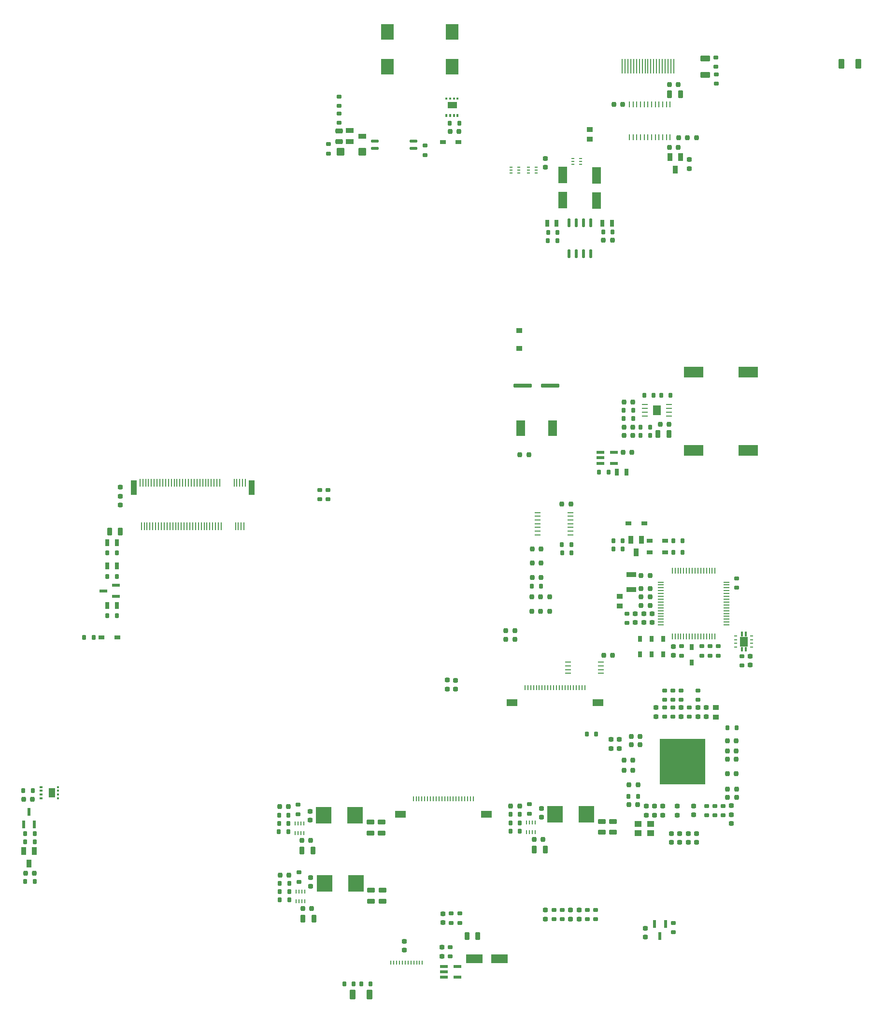
<source format=gtp>
%TF.GenerationSoftware,KiCad,Pcbnew,9.0.5-9.0.5~ubuntu24.04.1*%
%TF.CreationDate,2025-10-13T11:44:06+02:00*%
%TF.ProjectId,BB3plus test mainboard,42423370-6c75-4732-9074-657374206d61,r1B1*%
%TF.SameCoordinates,Original*%
%TF.FileFunction,Paste,Top*%
%TF.FilePolarity,Positive*%
%FSLAX46Y46*%
G04 Gerber Fmt 4.6, Leading zero omitted, Abs format (unit mm)*
G04 Created by KiCad (PCBNEW 9.0.5-9.0.5~ubuntu24.04.1) date 2025-10-13 11:44:06*
%MOMM*%
%LPD*%
G01*
G04 APERTURE LIST*
G04 Aperture macros list*
%AMRoundRect*
0 Rectangle with rounded corners*
0 $1 Rounding radius*
0 $2 $3 $4 $5 $6 $7 $8 $9 X,Y pos of 4 corners*
0 Add a 4 corners polygon primitive as box body*
4,1,4,$2,$3,$4,$5,$6,$7,$8,$9,$2,$3,0*
0 Add four circle primitives for the rounded corners*
1,1,$1+$1,$2,$3*
1,1,$1+$1,$4,$5*
1,1,$1+$1,$6,$7*
1,1,$1+$1,$8,$9*
0 Add four rect primitives between the rounded corners*
20,1,$1+$1,$2,$3,$4,$5,0*
20,1,$1+$1,$4,$5,$6,$7,0*
20,1,$1+$1,$6,$7,$8,$9,0*
20,1,$1+$1,$8,$9,$2,$3,0*%
G04 Aperture macros list end*
%ADD10C,0.010000*%
%ADD11C,0.000000*%
%ADD12RoundRect,0.200000X0.225000X-0.200000X0.225000X0.200000X-0.225000X0.200000X-0.225000X-0.200000X0*%
%ADD13RoundRect,0.228261X0.296739X0.621739X-0.296739X0.621739X-0.296739X-0.621739X0.296739X-0.621739X0*%
%ADD14RoundRect,0.200000X0.200000X0.225000X-0.200000X0.225000X-0.200000X-0.225000X0.200000X-0.225000X0*%
%ADD15R,0.200000X0.800000*%
%ADD16RoundRect,0.028578X0.035722X-0.327822X0.035722X0.327822X-0.035722X0.327822X-0.035722X-0.327822X0*%
%ADD17R,0.992200X0.662000*%
%ADD18RoundRect,0.175000X0.250000X-0.175000X0.250000X0.175000X-0.250000X0.175000X-0.250000X-0.175000X0*%
%ADD19R,0.320000X0.600000*%
%ADD20R,0.320000X0.350000*%
%ADD21R,3.400000X1.900000*%
%ADD22RoundRect,0.175000X0.175000X0.250000X-0.175000X0.250000X-0.175000X-0.250000X0.175000X-0.250000X0*%
%ADD23R,2.750000X3.000000*%
%ADD24R,2.900000X1.500000*%
%ADD25RoundRect,0.200000X-0.225000X0.200000X-0.225000X-0.200000X0.225000X-0.200000X0.225000X0.200000X0*%
%ADD26RoundRect,0.175000X-0.250000X0.175000X-0.250000X-0.175000X0.250000X-0.175000X0.250000X0.175000X0*%
%ADD27R,0.200000X0.900000*%
%ADD28R,1.900000X1.200000*%
%ADD29R,1.551000X2.795600*%
%ADD30RoundRect,0.228261X0.621739X-0.296739X0.621739X0.296739X-0.621739X0.296739X-0.621739X-0.296739X0*%
%ADD31RoundRect,0.175000X-0.175000X-0.250000X0.175000X-0.250000X0.175000X0.250000X-0.175000X0.250000X0*%
%ADD32RoundRect,0.200000X-0.200000X-0.225000X0.200000X-0.225000X0.200000X0.225000X-0.200000X0.225000X0*%
%ADD33RoundRect,0.225000X0.450000X-0.225000X0.450000X0.225000X-0.450000X0.225000X-0.450000X-0.225000X0*%
%ADD34RoundRect,0.045720X-0.604280X0.404280X-0.604280X-0.404280X0.604280X-0.404280X0.604280X0.404280X0*%
%ADD35RoundRect,0.225000X0.225000X0.450000X-0.225000X0.450000X-0.225000X-0.450000X0.225000X-0.450000X0*%
%ADD36R,0.662000X1.195400*%
%ADD37RoundRect,0.090000X-0.460000X0.360000X-0.460000X-0.360000X0.460000X-0.360000X0.460000X0.360000X0*%
%ADD38R,0.200000X1.450000*%
%ADD39R,1.100000X2.650000*%
%ADD40R,1.068400X0.204800*%
%ADD41RoundRect,0.225000X-0.225000X-0.450000X0.225000X-0.450000X0.225000X0.450000X-0.225000X0.450000X0*%
%ADD42RoundRect,0.033912X-0.243088X-0.066488X0.243088X-0.066488X0.243088X0.066488X-0.243088X0.066488X0*%
%ADD43RoundRect,0.045720X0.454280X-0.404280X0.454280X0.404280X-0.454280X0.404280X-0.454280X-0.404280X0*%
%ADD44R,1.700000X0.900000*%
%ADD45RoundRect,0.050945X0.229255X-0.661055X0.229255X0.661055X-0.229255X0.661055X-0.229255X-0.661055X0*%
%ADD46R,2.300000X2.700000*%
%ADD47RoundRect,0.047171X-0.602829X-0.602829X0.602829X-0.602829X0.602829X0.602829X-0.602829X0.602829X0*%
%ADD48R,0.103200X0.814400*%
%ADD49R,0.814400X0.103200*%
%ADD50R,8.002600X8.002600*%
%ADD51R,0.662000X0.992200*%
%ADD52R,1.300000X1.100000*%
%ADD53RoundRect,0.042333X0.207667X-0.682667X0.207667X0.682667X-0.207667X0.682667X-0.207667X-0.682667X0*%
%ADD54RoundRect,0.032900X-0.617100X-0.202100X0.617100X-0.202100X0.617100X0.202100X-0.617100X0.202100X0*%
%ADD55R,1.500000X2.900000*%
%ADD56RoundRect,0.225609X-0.424391X0.236891X-0.424391X-0.236891X0.424391X-0.236891X0.424391X0.236891X0*%
%ADD57RoundRect,0.045720X0.404280X0.604280X-0.404280X0.604280X-0.404280X-0.604280X0.404280X-0.604280X0*%
%ADD58RoundRect,0.026250X0.223750X0.078750X-0.223750X0.078750X-0.223750X-0.078750X0.223750X-0.078750X0*%
%ADD59RoundRect,0.041709X-0.644891X-0.187691X0.644891X-0.187691X0.644891X0.187691X-0.644891X0.187691X0*%
%ADD60R,0.600000X0.100000*%
%ADD61R,0.600001X0.100000*%
%ADD62R,0.100000X0.399999*%
%ADD63RoundRect,0.044133X1.531467X0.286867X-1.531467X0.286867X-1.531467X-0.286867X1.531467X-0.286867X0*%
%ADD64R,1.017600X0.281000*%
%ADD65R,1.470000X1.790000*%
%ADD66RoundRect,0.050945X0.661055X0.229255X-0.661055X0.229255X-0.661055X-0.229255X0.661055X-0.229255X0*%
%ADD67RoundRect,0.050945X-0.229255X0.661055X-0.229255X-0.661055X0.229255X-0.661055X0.229255X0.661055X0*%
%ADD68R,0.600000X0.320000*%
%ADD69R,0.350000X0.320000*%
%ADD70RoundRect,0.045720X-0.454280X0.404280X-0.454280X-0.404280X0.454280X-0.404280X0.454280X0.404280X0*%
%ADD71R,0.204800X1.068400*%
%ADD72R,1.093800X0.204800*%
%ADD73R,0.204800X1.093800*%
%ADD74R,0.198000X2.500000*%
G04 APERTURE END LIST*
D10*
X372705000Y-21022800D02*
X371205000Y-21022800D01*
X371205000Y-19947200D01*
X372705000Y-19947200D01*
X372705000Y-21022800D01*
G36*
X372705000Y-21022800D02*
G01*
X371205000Y-21022800D01*
X371205000Y-19947200D01*
X372705000Y-19947200D01*
X372705000Y-21022800D01*
G37*
D11*
G36*
X409589133Y-132699133D02*
G01*
X408438700Y-132699133D01*
X408438700Y-131548700D01*
X409589133Y-131548700D01*
X409589133Y-132699133D01*
G37*
G36*
X409589133Y-134049567D02*
G01*
X408438700Y-134049567D01*
X408438700Y-132899133D01*
X409589133Y-132899133D01*
X409589133Y-134049567D01*
G37*
G36*
X409589133Y-135400000D02*
G01*
X408438700Y-135400000D01*
X408438700Y-134249566D01*
X409589133Y-134249566D01*
X409589133Y-135400000D01*
G37*
G36*
X409589133Y-136750434D02*
G01*
X408438700Y-136750434D01*
X408438700Y-135600000D01*
X409589133Y-135600000D01*
X409589133Y-136750434D01*
G37*
G36*
X409589133Y-138100867D02*
G01*
X408438700Y-138100867D01*
X408438700Y-136950433D01*
X409589133Y-136950433D01*
X409589133Y-138100867D01*
G37*
G36*
X409589133Y-139451300D02*
G01*
X408438700Y-139451300D01*
X408438700Y-138300867D01*
X409589133Y-138300867D01*
X409589133Y-139451300D01*
G37*
G36*
X410939567Y-132699133D02*
G01*
X409789133Y-132699133D01*
X409789133Y-131548700D01*
X410939567Y-131548700D01*
X410939567Y-132699133D01*
G37*
G36*
X410939567Y-134049567D02*
G01*
X409789133Y-134049567D01*
X409789133Y-132899133D01*
X410939567Y-132899133D01*
X410939567Y-134049567D01*
G37*
G36*
X410939567Y-135400000D02*
G01*
X409789133Y-135400000D01*
X409789133Y-134249566D01*
X410939567Y-134249566D01*
X410939567Y-135400000D01*
G37*
G36*
X410939567Y-136750434D02*
G01*
X409789133Y-136750434D01*
X409789133Y-135600000D01*
X410939567Y-135600000D01*
X410939567Y-136750434D01*
G37*
G36*
X410939567Y-138100867D02*
G01*
X409789133Y-138100867D01*
X409789133Y-136950433D01*
X410939567Y-136950433D01*
X410939567Y-138100867D01*
G37*
G36*
X410939567Y-139451300D02*
G01*
X409789133Y-139451300D01*
X409789133Y-138300867D01*
X410939567Y-138300867D01*
X410939567Y-139451300D01*
G37*
G36*
X412290000Y-132699133D02*
G01*
X411139566Y-132699133D01*
X411139566Y-131548700D01*
X412290000Y-131548700D01*
X412290000Y-132699133D01*
G37*
G36*
X412290000Y-134049567D02*
G01*
X411139566Y-134049567D01*
X411139566Y-132899133D01*
X412290000Y-132899133D01*
X412290000Y-134049567D01*
G37*
G36*
X412290000Y-135400000D02*
G01*
X411139566Y-135400000D01*
X411139566Y-134249566D01*
X412290000Y-134249566D01*
X412290000Y-135400000D01*
G37*
G36*
X412290000Y-136750434D02*
G01*
X411139566Y-136750434D01*
X411139566Y-135600000D01*
X412290000Y-135600000D01*
X412290000Y-136750434D01*
G37*
G36*
X412290000Y-138100867D02*
G01*
X411139566Y-138100867D01*
X411139566Y-136950433D01*
X412290000Y-136950433D01*
X412290000Y-138100867D01*
G37*
G36*
X412290000Y-139451300D02*
G01*
X411139566Y-139451300D01*
X411139566Y-138300867D01*
X412290000Y-138300867D01*
X412290000Y-139451300D01*
G37*
G36*
X413640434Y-132699133D02*
G01*
X412490000Y-132699133D01*
X412490000Y-131548700D01*
X413640434Y-131548700D01*
X413640434Y-132699133D01*
G37*
G36*
X413640434Y-134049567D02*
G01*
X412490000Y-134049567D01*
X412490000Y-132899133D01*
X413640434Y-132899133D01*
X413640434Y-134049567D01*
G37*
G36*
X413640434Y-135400000D02*
G01*
X412490000Y-135400000D01*
X412490000Y-134249566D01*
X413640434Y-134249566D01*
X413640434Y-135400000D01*
G37*
G36*
X413640434Y-136750434D02*
G01*
X412490000Y-136750434D01*
X412490000Y-135600000D01*
X413640434Y-135600000D01*
X413640434Y-136750434D01*
G37*
G36*
X413640434Y-138100867D02*
G01*
X412490000Y-138100867D01*
X412490000Y-136950433D01*
X413640434Y-136950433D01*
X413640434Y-138100867D01*
G37*
G36*
X413640434Y-139451300D02*
G01*
X412490000Y-139451300D01*
X412490000Y-138300867D01*
X413640434Y-138300867D01*
X413640434Y-139451300D01*
G37*
G36*
X414990867Y-132699133D02*
G01*
X413840433Y-132699133D01*
X413840433Y-131548700D01*
X414990867Y-131548700D01*
X414990867Y-132699133D01*
G37*
G36*
X414990867Y-134049567D02*
G01*
X413840433Y-134049567D01*
X413840433Y-132899133D01*
X414990867Y-132899133D01*
X414990867Y-134049567D01*
G37*
G36*
X414990867Y-135400000D02*
G01*
X413840433Y-135400000D01*
X413840433Y-134249566D01*
X414990867Y-134249566D01*
X414990867Y-135400000D01*
G37*
G36*
X414990867Y-136750434D02*
G01*
X413840433Y-136750434D01*
X413840433Y-135600000D01*
X414990867Y-135600000D01*
X414990867Y-136750434D01*
G37*
G36*
X414990867Y-138100867D02*
G01*
X413840433Y-138100867D01*
X413840433Y-136950433D01*
X414990867Y-136950433D01*
X414990867Y-138100867D01*
G37*
G36*
X414990867Y-139451300D02*
G01*
X413840433Y-139451300D01*
X413840433Y-138300867D01*
X414990867Y-138300867D01*
X414990867Y-139451300D01*
G37*
G36*
X416341300Y-132699133D02*
G01*
X415190867Y-132699133D01*
X415190867Y-131548700D01*
X416341300Y-131548700D01*
X416341300Y-132699133D01*
G37*
G36*
X416341300Y-134049567D02*
G01*
X415190867Y-134049567D01*
X415190867Y-132899133D01*
X416341300Y-132899133D01*
X416341300Y-134049567D01*
G37*
G36*
X416341300Y-135400000D02*
G01*
X415190867Y-135400000D01*
X415190867Y-134249566D01*
X416341300Y-134249566D01*
X416341300Y-135400000D01*
G37*
G36*
X416341300Y-136750434D02*
G01*
X415190867Y-136750434D01*
X415190867Y-135600000D01*
X416341300Y-135600000D01*
X416341300Y-136750434D01*
G37*
G36*
X416341300Y-138100867D02*
G01*
X415190867Y-138100867D01*
X415190867Y-136950433D01*
X416341300Y-136950433D01*
X416341300Y-138100867D01*
G37*
G36*
X416341300Y-139451300D02*
G01*
X415190867Y-139451300D01*
X415190867Y-138300867D01*
X416341300Y-138300867D01*
X416341300Y-139451300D01*
G37*
D10*
X422850000Y-113515000D02*
X422620000Y-113515000D01*
X422620000Y-112790000D01*
X422850000Y-112790000D01*
X422850000Y-113515000D01*
G36*
X422850000Y-113515000D02*
G01*
X422620000Y-113515000D01*
X422620000Y-112790000D01*
X422850000Y-112790000D01*
X422850000Y-113515000D01*
G37*
X422850000Y-116190000D02*
X422620000Y-116190000D01*
X422620000Y-115465000D01*
X422850000Y-115465000D01*
X422850000Y-116190000D01*
G36*
X422850000Y-116190000D02*
G01*
X422620000Y-116190000D01*
X422620000Y-115465000D01*
X422850000Y-115465000D01*
X422850000Y-116190000D01*
G37*
X423500000Y-113515000D02*
X423270000Y-113515000D01*
X423270000Y-112790000D01*
X423500000Y-112790000D01*
X423500000Y-113515000D01*
G36*
X423500000Y-113515000D02*
G01*
X423270000Y-113515000D01*
X423270000Y-112790000D01*
X423500000Y-112790000D01*
X423500000Y-113515000D01*
G37*
X423500000Y-116190000D02*
X423270000Y-116190000D01*
X423270000Y-115465000D01*
X423500000Y-115465000D01*
X423500000Y-116190000D01*
G36*
X423500000Y-116190000D02*
G01*
X423270000Y-116190000D01*
X423270000Y-115465000D01*
X423500000Y-115465000D01*
X423500000Y-116190000D01*
G37*
X423730000Y-115265000D02*
X422390000Y-115265000D01*
X422390000Y-113715000D01*
X423730000Y-113715000D01*
X423730000Y-115265000D01*
G36*
X423730000Y-115265000D02*
G01*
X422390000Y-115265000D01*
X422390000Y-113715000D01*
X423730000Y-113715000D01*
X423730000Y-115265000D01*
G37*
X302307800Y-141710000D02*
X301232200Y-141710000D01*
X301232200Y-140210000D01*
X302307800Y-140210000D01*
X302307800Y-141710000D01*
G36*
X302307800Y-141710000D02*
G01*
X301232200Y-141710000D01*
X301232200Y-140210000D01*
X302307800Y-140210000D01*
X302307800Y-141710000D01*
G37*
D12*
X313820000Y-90580000D03*
X313820000Y-89030000D03*
X313820000Y-87480000D03*
D13*
X443150000Y-13300000D03*
X440200000Y-13300000D03*
D14*
X404515000Y-143100000D03*
X402965000Y-143100000D03*
D15*
X361250000Y-170800000D03*
X361750000Y-170800000D03*
X362250000Y-170800000D03*
X362750000Y-170800000D03*
X363250000Y-170800000D03*
X363750000Y-170800000D03*
X364250000Y-170800000D03*
X364750000Y-170800000D03*
X365250000Y-170800000D03*
X365750000Y-170800000D03*
X366250000Y-170800000D03*
X366750000Y-170800000D03*
D16*
X344607513Y-160010900D03*
X345107638Y-160010900D03*
X345607762Y-160010900D03*
X346107887Y-160010900D03*
X346107887Y-158309100D03*
X345607762Y-158309100D03*
X345107638Y-158309100D03*
X344607513Y-158309100D03*
D17*
X373083900Y-26975000D03*
X370366100Y-26975000D03*
D18*
X409190000Y-127695000D03*
X409190000Y-126045000D03*
D19*
X370980000Y-22335000D03*
X371630000Y-22335000D03*
X372280000Y-22335000D03*
X372930000Y-22335000D03*
D20*
X370980000Y-19410000D03*
X371630000Y-19410000D03*
X372280000Y-19410000D03*
X372930000Y-19410000D03*
D21*
X414340000Y-81020000D03*
X414340000Y-67320000D03*
X423840000Y-81020000D03*
X423840000Y-67320000D03*
D22*
X404565000Y-141640000D03*
X402915000Y-141640000D03*
D18*
X410660000Y-127695000D03*
X410660000Y-126045000D03*
D23*
X349457700Y-144939500D03*
X354957700Y-144939500D03*
D24*
X375890000Y-170050000D03*
X380290000Y-170050000D03*
D25*
X408890000Y-143345000D03*
X408890000Y-144895000D03*
D26*
X415710000Y-115336400D03*
X415710000Y-116986400D03*
D25*
X347047700Y-144239500D03*
X347047700Y-145789500D03*
X410420000Y-148155000D03*
X410420000Y-149705000D03*
D27*
X384750000Y-122550000D03*
X385249999Y-122550000D03*
X385750001Y-122550000D03*
X386250000Y-122550000D03*
X386750001Y-122550000D03*
X387250000Y-122550000D03*
X387749999Y-122550000D03*
X388250001Y-122550000D03*
X388750000Y-122550000D03*
X389250002Y-122550000D03*
X389750000Y-122550000D03*
X390250000Y-122550000D03*
X390750001Y-122550000D03*
X391250000Y-122550000D03*
X391750002Y-122550000D03*
X392250001Y-122550000D03*
X392750000Y-122550000D03*
X393250001Y-122550000D03*
X393750000Y-122550000D03*
X394249999Y-122550000D03*
X394750001Y-122550000D03*
X395250000Y-122550000D03*
D28*
X382450010Y-125249999D03*
X397549990Y-125249999D03*
D18*
X367250000Y-29275000D03*
X367250000Y-27625000D03*
D29*
X383969998Y-77100000D03*
X389620000Y-77100000D03*
D12*
X416500000Y-127645000D03*
X416500000Y-126095000D03*
D30*
X416360000Y-15260000D03*
X416360000Y-12310000D03*
D31*
X297150200Y-148160500D03*
X298800200Y-148160500D03*
D32*
X385950000Y-109217500D03*
X387500000Y-109217500D03*
X389050000Y-109217500D03*
D25*
X394200000Y-161570000D03*
X394200000Y-163120000D03*
D32*
X410080000Y-27891736D03*
X411630000Y-27891736D03*
D31*
X371550000Y-23685000D03*
X373200000Y-23685000D03*
D17*
X406621100Y-96850000D03*
X409338900Y-96850000D03*
D33*
X357787700Y-159980000D03*
X357787700Y-158080000D03*
D25*
X424240000Y-117095000D03*
X424240000Y-118645000D03*
D34*
X354020000Y-25000000D03*
X356220000Y-25950000D03*
X354020000Y-26900000D03*
D35*
X409980900Y-78145001D03*
X408080900Y-78145001D03*
D22*
X343282700Y-144909500D03*
X341632700Y-144909500D03*
D36*
X399978237Y-41222763D03*
X398327237Y-41222763D03*
D14*
X347322700Y-161310000D03*
X345772700Y-161310000D03*
D25*
X414800000Y-148160000D03*
X414800000Y-149710000D03*
D33*
X398199668Y-147910900D03*
X398199668Y-146010900D03*
D22*
X412385000Y-96860000D03*
X410735000Y-96860000D03*
D17*
X405628900Y-93770000D03*
X402911100Y-93770000D03*
D31*
X402065000Y-73980000D03*
X403715000Y-73980000D03*
D18*
X419490000Y-144945000D03*
X419490000Y-143295000D03*
D32*
X401945000Y-81390000D03*
X403495000Y-81390000D03*
D18*
X371830000Y-163800000D03*
X371830000Y-162150000D03*
D31*
X311550000Y-109990000D03*
X313200000Y-109990000D03*
D12*
X405970000Y-144895000D03*
X405970000Y-143345000D03*
D26*
X412110000Y-123080000D03*
X412110000Y-124730000D03*
D32*
X386031000Y-103300000D03*
X387581000Y-103300000D03*
D12*
X399810000Y-133235000D03*
X399810000Y-131685000D03*
D25*
X388347237Y-29877763D03*
X388347237Y-31427763D03*
X411390000Y-143345000D03*
X411390000Y-144895000D03*
D14*
X298755000Y-155090000D03*
X297205000Y-155090000D03*
X406655000Y-105230000D03*
X405105000Y-105230000D03*
D37*
X383700000Y-63130600D03*
X383700000Y-60030600D03*
D18*
X415040000Y-124735000D03*
X415040000Y-123085000D03*
X418250000Y-16765000D03*
X418250000Y-15115000D03*
D38*
X317250000Y-86725000D03*
X317500000Y-94275000D03*
X317750000Y-86725000D03*
X318000000Y-94275000D03*
X318250000Y-86725000D03*
X318500000Y-94275000D03*
X318750000Y-86725000D03*
X319000000Y-94275000D03*
X319250000Y-86725000D03*
X319500000Y-94275000D03*
X319750000Y-86725000D03*
X320000000Y-94275000D03*
X320250000Y-86725000D03*
X320500000Y-94275000D03*
X320750000Y-86725000D03*
X321000000Y-94275000D03*
X321250000Y-86725000D03*
X321500000Y-94275000D03*
X321750000Y-86725000D03*
X322000000Y-94275000D03*
X322250000Y-86725000D03*
X322500000Y-94275000D03*
X322750000Y-86725000D03*
X323000000Y-94275000D03*
X323250000Y-86725000D03*
X323500000Y-94275000D03*
X323750000Y-86725000D03*
X324000000Y-94275000D03*
X324250000Y-86725000D03*
X324500000Y-94275000D03*
X324750000Y-86725000D03*
X325000000Y-94275000D03*
X325250000Y-86725000D03*
X325500000Y-94275000D03*
X325750000Y-86725000D03*
X326000000Y-94275000D03*
X326250000Y-86725000D03*
X326500000Y-94275000D03*
X326750000Y-86725000D03*
X327000000Y-94275000D03*
X327250000Y-86725000D03*
X327500000Y-94275000D03*
X327750000Y-86725000D03*
X328000000Y-94275000D03*
X328250000Y-86725000D03*
X328500000Y-94275000D03*
X328750000Y-86725000D03*
X329000000Y-94275000D03*
X329250000Y-86725000D03*
X329500000Y-94275000D03*
X329750000Y-86725000D03*
X330000000Y-94275000D03*
X330250000Y-86725000D03*
X330500000Y-94275000D03*
X330750000Y-86725000D03*
X331000000Y-94275000D03*
X331250000Y-86725000D03*
X331500000Y-94275000D03*
X333750000Y-86725000D03*
X334000000Y-94275000D03*
X334250000Y-86725000D03*
X334500000Y-94275000D03*
X334750000Y-86725000D03*
X335000000Y-94275000D03*
X335250000Y-86725000D03*
X335500000Y-94275000D03*
X335750000Y-86725000D03*
D39*
X316150000Y-87500000D03*
X336850000Y-87500000D03*
D25*
X413340000Y-148155000D03*
X413340000Y-149705000D03*
D14*
X373150000Y-25145000D03*
X371600000Y-25145000D03*
D26*
X350200000Y-87950000D03*
X350200000Y-89600000D03*
D31*
X341762700Y-158320000D03*
X343412700Y-158320000D03*
D32*
X420255000Y-141840000D03*
X421805000Y-141840000D03*
X398492237Y-44192763D03*
X400042237Y-44192763D03*
D22*
X383839668Y-144790900D03*
X382189668Y-144790900D03*
D31*
X353065000Y-174500000D03*
X354715000Y-174500000D03*
D22*
X383839668Y-147710900D03*
X382189668Y-147710900D03*
D40*
X392329800Y-118125021D03*
X392329800Y-118775007D03*
X392329800Y-119424993D03*
X392329800Y-120074979D03*
X398070200Y-120074979D03*
X398070200Y-119424993D03*
X398070200Y-118775007D03*
X398070200Y-118125021D03*
D25*
X392740000Y-161570000D03*
X392740000Y-163120000D03*
D41*
X345817700Y-163030000D03*
X347717700Y-163030000D03*
D26*
X412210000Y-115315000D03*
X412210000Y-116965000D03*
D42*
X385377237Y-31412763D03*
X385377237Y-31912763D03*
X385377237Y-32412763D03*
X386677237Y-32412763D03*
X386677237Y-31912763D03*
X386677237Y-31412763D03*
X382317087Y-31412763D03*
X382317087Y-31912763D03*
X382317087Y-32412763D03*
X383617087Y-32412763D03*
X383617087Y-31912763D03*
X383617087Y-31412763D03*
D31*
X296795000Y-140635000D03*
X298445000Y-140635000D03*
D22*
X387577000Y-104830000D03*
X385927000Y-104830000D03*
D17*
X313258900Y-113740000D03*
X310541100Y-113740000D03*
D36*
X311550000Y-97190000D03*
X313201000Y-97190000D03*
D14*
X403665000Y-72510000D03*
X402115000Y-72510000D03*
D18*
X422750000Y-118705000D03*
X422750000Y-117055000D03*
D43*
X418160000Y-127720000D03*
X418160000Y-126020000D03*
D44*
X403395000Y-102815000D03*
X403395000Y-105365000D03*
D33*
X359747700Y-159970000D03*
X359747700Y-158070000D03*
D26*
X391280000Y-161520000D03*
X391280000Y-163170000D03*
D14*
X382950000Y-112620000D03*
X381400000Y-112620000D03*
X401870111Y-20370975D03*
X400320111Y-20370975D03*
D31*
X398447237Y-42732763D03*
X400097237Y-42732763D03*
D45*
X296840000Y-146540000D03*
X298770400Y-146540000D03*
X297805200Y-144381000D03*
D32*
X420245000Y-131900000D03*
X421795000Y-131900000D03*
D25*
X411880000Y-148155000D03*
X411880000Y-149705000D03*
D18*
X345117700Y-156595000D03*
X345117700Y-154945000D03*
D46*
X372000000Y-7700000D03*
X372000000Y-13800000D03*
X360600000Y-7700000D03*
X360600000Y-13800000D03*
D12*
X412120000Y-127645000D03*
X412120000Y-126095000D03*
D40*
X386934700Y-91899999D03*
X386934700Y-92550000D03*
X386934700Y-93200001D03*
X386934700Y-93850000D03*
X386934700Y-94499999D03*
X386934700Y-95150000D03*
X386934700Y-95799999D03*
X392675100Y-95800001D03*
X392675100Y-95150000D03*
X392675100Y-94500001D03*
X392675100Y-93850000D03*
X392675100Y-93200001D03*
X392675100Y-92550000D03*
X392675100Y-91900001D03*
D16*
X385039543Y-147922700D03*
X385539668Y-147922700D03*
X386039792Y-147922700D03*
X386539917Y-147922700D03*
X386539917Y-146220900D03*
X386039792Y-146220900D03*
X385539668Y-146220900D03*
X385039543Y-146220900D03*
D12*
X370190000Y-169640000D03*
X370190000Y-168090000D03*
D14*
X406655000Y-108160000D03*
X405105000Y-108160000D03*
D25*
X414300000Y-143335000D03*
X414300000Y-144885000D03*
D36*
X311549500Y-108230000D03*
X313200500Y-108230000D03*
D47*
X356200000Y-28700000D03*
X352400000Y-28700000D03*
D14*
X404535000Y-139570000D03*
X402985000Y-139570000D03*
D36*
X400874500Y-84850000D03*
X402525500Y-84850000D03*
D14*
X403635000Y-137070000D03*
X402085000Y-137070000D03*
D25*
X371130000Y-121270000D03*
X371130000Y-122820000D03*
D18*
X418030000Y-144945000D03*
X418030000Y-143295000D03*
D48*
X407589999Y-141240400D03*
X407990001Y-141240400D03*
X408390000Y-141240400D03*
X408790000Y-141240400D03*
X409190001Y-141240400D03*
X409590001Y-141240400D03*
X409990000Y-141240400D03*
X410389999Y-141240400D03*
X410790001Y-141240400D03*
X411190000Y-141240400D03*
X411589999Y-141240400D03*
X411990001Y-141240400D03*
X412390000Y-141240400D03*
X412789999Y-141240400D03*
X413190001Y-141240400D03*
X413590000Y-141240400D03*
X413989999Y-141240400D03*
X414389999Y-141240400D03*
X414790000Y-141240400D03*
X415189999Y-141240400D03*
X415589999Y-141240400D03*
X415990000Y-141240400D03*
X416390000Y-141240400D03*
X416789999Y-141240400D03*
X417190001Y-141240400D03*
D49*
X418130400Y-140300001D03*
X418130400Y-139899999D03*
X418130400Y-139500000D03*
X418130400Y-139100000D03*
X418130400Y-138699999D03*
X418130400Y-138299999D03*
X418130400Y-137900000D03*
X418130400Y-137500001D03*
X418130400Y-137099999D03*
X418130400Y-136700000D03*
X418130400Y-136300001D03*
X418130400Y-135899999D03*
X418130400Y-135500000D03*
X418130400Y-135100001D03*
X418130400Y-134699999D03*
X418130400Y-134300000D03*
X418130400Y-133900001D03*
X418130400Y-133500001D03*
X418130400Y-133100000D03*
X418130400Y-132700001D03*
X418130400Y-132300001D03*
X418130400Y-131900000D03*
X418130400Y-131500000D03*
X418130400Y-131100001D03*
X418130400Y-130700002D03*
D48*
X417190001Y-129759600D03*
X416789999Y-129759600D03*
X416390000Y-129759600D03*
X415990000Y-129759600D03*
X415589999Y-129759600D03*
X415189999Y-129759600D03*
X414790000Y-129759600D03*
X414390001Y-129759600D03*
X413989999Y-129759600D03*
X413590000Y-129759600D03*
X413190001Y-129759600D03*
X412789999Y-129759600D03*
X412390000Y-129759600D03*
X411990001Y-129759600D03*
X411589999Y-129759600D03*
X411190000Y-129759600D03*
X410790001Y-129759600D03*
X410390001Y-129759600D03*
X409990000Y-129759600D03*
X409590001Y-129759600D03*
X409190001Y-129759600D03*
X408790000Y-129759600D03*
X408390000Y-129759600D03*
X407990001Y-129759600D03*
X407590002Y-129759600D03*
D49*
X406649600Y-130699999D03*
X406649600Y-131100001D03*
X406649600Y-131500000D03*
X406649600Y-131900000D03*
X406649600Y-132300001D03*
X406649600Y-132700001D03*
X406649600Y-133100000D03*
X406649600Y-133499999D03*
X406649600Y-133900001D03*
X406649600Y-134300000D03*
X406649600Y-134699999D03*
X406649600Y-135100001D03*
X406649600Y-135500000D03*
X406649600Y-135899999D03*
X406649600Y-136300001D03*
X406649600Y-136700000D03*
X406649600Y-137099999D03*
X406649600Y-137499999D03*
X406649600Y-137900000D03*
X406649600Y-138299999D03*
X406649600Y-138699999D03*
X406649600Y-139100000D03*
X406649600Y-139500000D03*
X406649600Y-139899999D03*
X406649600Y-140299998D03*
D50*
X412390000Y-135500000D03*
D14*
X406660000Y-102960000D03*
X405110000Y-102960000D03*
D18*
X350300000Y-29000000D03*
X350300000Y-27350000D03*
D51*
X408998200Y-116737800D03*
X408998200Y-114020000D03*
D14*
X406650000Y-106690000D03*
X405100000Y-106690000D03*
D31*
X391235000Y-98950000D03*
X392885000Y-98950000D03*
D32*
X386031000Y-100782500D03*
X387581000Y-100782500D03*
D26*
X410650000Y-123080000D03*
X410650000Y-124730000D03*
D22*
X390422237Y-44262763D03*
X388772237Y-44262763D03*
D14*
X382955000Y-114080000D03*
X381405000Y-114080000D03*
D52*
X404540000Y-148050000D03*
X406740000Y-148050000D03*
X406740000Y-146450000D03*
X404540000Y-146450000D03*
D32*
X341702700Y-143449500D03*
X343252700Y-143449500D03*
D41*
X386389668Y-150930900D03*
X388289668Y-150930900D03*
D33*
X359597700Y-148049500D03*
X359597700Y-146149500D03*
D53*
X392467237Y-46552763D03*
X393737237Y-46552763D03*
X395007237Y-46552763D03*
X396277237Y-46552763D03*
X396277237Y-41152763D03*
X395007237Y-41152763D03*
X393737237Y-41152763D03*
X392467237Y-41152763D03*
D22*
X406670000Y-78390000D03*
X405020000Y-78390000D03*
D54*
X358400000Y-26865000D03*
X358400000Y-28135000D03*
X365200000Y-28135000D03*
X365200000Y-26865000D03*
D23*
X390039668Y-144790900D03*
X395539668Y-144790900D03*
D55*
X397257237Y-32802763D03*
X397257237Y-37202763D03*
D32*
X385950000Y-106700000D03*
X387500000Y-106700000D03*
X389050000Y-106700000D03*
D22*
X397205000Y-130700000D03*
X395555000Y-130700000D03*
D32*
X391214900Y-90410000D03*
X392764900Y-90410000D03*
D12*
X407730000Y-127645000D03*
X407730000Y-126095000D03*
D18*
X416560000Y-144945000D03*
X416560000Y-143295000D03*
D55*
X391347237Y-32772763D03*
X391347237Y-37172763D03*
D16*
X344457513Y-148070400D03*
X344957638Y-148070400D03*
X345457762Y-148070400D03*
X345957887Y-148070400D03*
X345957887Y-146368600D03*
X345457762Y-146368600D03*
X344957638Y-146368600D03*
X344457513Y-146368600D03*
D51*
X413970000Y-118148900D03*
X413970000Y-115431100D03*
D56*
X352200000Y-25087500D03*
X352200000Y-26912500D03*
D14*
X414790000Y-26221736D03*
X413240000Y-26221736D03*
X411690000Y-26221736D03*
D26*
X352200000Y-21992500D03*
X352200000Y-23642500D03*
D31*
X388777237Y-42802763D03*
X390427237Y-42802763D03*
D57*
X412030000Y-29621736D03*
X410130000Y-29621736D03*
X411080000Y-31821736D03*
D25*
X405820000Y-164735000D03*
X405820000Y-166285000D03*
D58*
X424460000Y-115465000D03*
X424460000Y-114815000D03*
X424460000Y-114165000D03*
X424460000Y-113515000D03*
X421660000Y-113515000D03*
X421660000Y-114165000D03*
X421660000Y-114815000D03*
X421660000Y-115465000D03*
D22*
X343262700Y-147849500D03*
X341612700Y-147849500D03*
D25*
X363570000Y-166995000D03*
X363570000Y-168545000D03*
D32*
X341812700Y-155400000D03*
X343362700Y-155400000D03*
D14*
X411600111Y-16880975D03*
X410050111Y-16880975D03*
D31*
X311550500Y-99000000D03*
X313200500Y-99000000D03*
D12*
X388350000Y-163120000D03*
X388350000Y-161570000D03*
D31*
X408590000Y-71320000D03*
X410240000Y-71320000D03*
D26*
X371660000Y-168030000D03*
X371660000Y-169680000D03*
D31*
X341622700Y-146369500D03*
X343272700Y-146369500D03*
D32*
X420245000Y-135100000D03*
X421795000Y-135100000D03*
D22*
X392875000Y-97490000D03*
X391225000Y-97490000D03*
D12*
X370370000Y-163750000D03*
X370370000Y-162200000D03*
D18*
X418240000Y-13795000D03*
X418240000Y-12145000D03*
D22*
X412380000Y-98900000D03*
X410730000Y-98900000D03*
D26*
X397130000Y-161520000D03*
X397130000Y-163170000D03*
D59*
X370496200Y-171400000D03*
X370496200Y-172350000D03*
X370496200Y-173300000D03*
X372883800Y-173300000D03*
X372883800Y-171400000D03*
D31*
X356020000Y-174500000D03*
X357670000Y-174500000D03*
D18*
X418650000Y-116995000D03*
X418650000Y-115345000D03*
D60*
X341000000Y-105950000D03*
X344080000Y-105950000D03*
X341000000Y-106350000D03*
X344080000Y-106350000D03*
X341000000Y-106750000D03*
X344080000Y-106750000D03*
X341000000Y-107150000D03*
X344080000Y-107150000D03*
X341000000Y-107550000D03*
X344080000Y-107550000D03*
X341000000Y-107950000D03*
X344080000Y-107950000D03*
X341000000Y-108350000D03*
X344080000Y-108350000D03*
X341000000Y-108750000D03*
X344080000Y-108750000D03*
X341000000Y-109150000D03*
X344080000Y-109150000D03*
X341000000Y-109550000D03*
X344080000Y-109550000D03*
X341000000Y-109950000D03*
X344080000Y-109950000D03*
X341000000Y-110350000D03*
X344080000Y-110350000D03*
X341000000Y-110750000D03*
X344080000Y-110750000D03*
X341000000Y-111150000D03*
X344080000Y-111150000D03*
X341000000Y-111550000D03*
X344080000Y-111550000D03*
X341000000Y-111950000D03*
X344080000Y-111950000D03*
X341000000Y-112350000D03*
X344080000Y-112350000D03*
X341000000Y-112750000D03*
X344080000Y-112750000D03*
X341000000Y-113150000D03*
X344080000Y-113150000D03*
X341000000Y-113550000D03*
X344080000Y-113550000D03*
X341000000Y-113950000D03*
X344080000Y-113950000D03*
X341000000Y-114350000D03*
X344080000Y-114350000D03*
X341000000Y-114750000D03*
X344080000Y-114750000D03*
X341000000Y-115150000D03*
X344080000Y-115150000D03*
X341000000Y-115550000D03*
X344080000Y-115550000D03*
X341000000Y-115950000D03*
X344080000Y-115950000D03*
X341000000Y-116350000D03*
X344080000Y-116350000D03*
X341000000Y-116750000D03*
X344080000Y-116750000D03*
X341000000Y-117150000D03*
X344080000Y-117150000D03*
X341000000Y-117550000D03*
X344080000Y-117550000D03*
X341000000Y-117950000D03*
X344080000Y-117950000D03*
X341000000Y-118350000D03*
X344080000Y-118350000D03*
X341000000Y-118750000D03*
X344080000Y-118750000D03*
X341000000Y-119150000D03*
X344080000Y-119150000D03*
X341000000Y-119550000D03*
X344080000Y-119550000D03*
X341000000Y-119950000D03*
X344080000Y-119950000D03*
X341000000Y-120350000D03*
X344080000Y-120350000D03*
X341000000Y-120750000D03*
X344080000Y-120750000D03*
X341000000Y-121150000D03*
X344080000Y-121150000D03*
X341000000Y-121550000D03*
X344080000Y-121550000D03*
X341000000Y-121950000D03*
X344080000Y-121950000D03*
X341000000Y-122350000D03*
X344080000Y-122350000D03*
X341000000Y-122750000D03*
X344080000Y-122750000D03*
X341000000Y-123150000D03*
X344080000Y-123150000D03*
X341000000Y-123550000D03*
X344080000Y-123550000D03*
X341000000Y-123950000D03*
X344080000Y-123950000D03*
X341000000Y-124350000D03*
X344080000Y-124350000D03*
X341000000Y-124750000D03*
X344080000Y-124750000D03*
X341000000Y-125150000D03*
X344080000Y-125150000D03*
X341000000Y-125550000D03*
X344080000Y-125550000D03*
X374920000Y-105950000D03*
X378000000Y-105950000D03*
X374920000Y-106350000D03*
X378000000Y-106350000D03*
X374920000Y-106750000D03*
X378000000Y-106750000D03*
X374920000Y-107150000D03*
X378000000Y-107150000D03*
X374920000Y-107550000D03*
X378000000Y-107550000D03*
X374920000Y-107950000D03*
X378000000Y-107950000D03*
X374920000Y-108350000D03*
X378000000Y-108350000D03*
X374920000Y-108750000D03*
X378000000Y-108750000D03*
X374920000Y-109150000D03*
X378000000Y-109150000D03*
X374920000Y-109550000D03*
X378000000Y-109550000D03*
X374920000Y-109950000D03*
X378000000Y-109950000D03*
X374920000Y-110350000D03*
X378000000Y-110350000D03*
X374920000Y-110750000D03*
X378000000Y-110750000D03*
X374920000Y-111150000D03*
X378000000Y-111150000D03*
X374920000Y-111550000D03*
X378000000Y-111550000D03*
X374920000Y-111950000D03*
X378000000Y-111950000D03*
X374920000Y-112350000D03*
X378000000Y-112350000D03*
X374920000Y-112750000D03*
X378000000Y-112750000D03*
X374920000Y-113150000D03*
X378000000Y-113150000D03*
X374920000Y-113550000D03*
X378000000Y-113550000D03*
X374920000Y-113950000D03*
X378000000Y-113950000D03*
X374920000Y-114350000D03*
X378000000Y-114350000D03*
X374920000Y-114750000D03*
X378000000Y-114750000D03*
X374920000Y-115150000D03*
X378000000Y-115150000D03*
X374920000Y-115550000D03*
X378000000Y-115550000D03*
X374920000Y-115950000D03*
X378000000Y-115950000D03*
X374920000Y-116350000D03*
X378000000Y-116350000D03*
X374920000Y-116750000D03*
X378000000Y-116750000D03*
X374920000Y-117150000D03*
X378000000Y-117150000D03*
X374920000Y-117550000D03*
X378000000Y-117550000D03*
X374920000Y-117950000D03*
X378000000Y-117950000D03*
X374920000Y-118350000D03*
X378000000Y-118350000D03*
X374920000Y-118750000D03*
X378000000Y-118750000D03*
X374920000Y-119150000D03*
X378000000Y-119150000D03*
X374920000Y-119550000D03*
X378000000Y-119550000D03*
X374920000Y-119950000D03*
X378000000Y-119950000D03*
X374920000Y-120350000D03*
X378000000Y-120350000D03*
X374920000Y-120750000D03*
X378000000Y-120750000D03*
X374920000Y-121150000D03*
X378000000Y-121150000D03*
X374920000Y-121550000D03*
X378000000Y-121550000D03*
X374920000Y-121950000D03*
X378000000Y-121950000D03*
X374920000Y-122350000D03*
X378000000Y-122350000D03*
X374920000Y-122750000D03*
X378000000Y-122750000D03*
X374920000Y-123150000D03*
X378000000Y-123150000D03*
X374920000Y-123550000D03*
X378000000Y-123550000D03*
X374920000Y-123950000D03*
X378000000Y-123950000D03*
X374920000Y-124350000D03*
X378000000Y-124350000D03*
X374920000Y-124750000D03*
X378000000Y-124750000D03*
X374920000Y-125150000D03*
X378000000Y-125150000D03*
X374920000Y-125550000D03*
X378000000Y-125550000D03*
D61*
X371069999Y-165670000D03*
X371069999Y-166070000D03*
D62*
X371120001Y-166620001D03*
X371520000Y-166620001D03*
X371920000Y-166620001D03*
X372319999Y-166620001D03*
D61*
X372370001Y-166070000D03*
X372370001Y-165670000D03*
D62*
X372319999Y-165119999D03*
X371920000Y-165119999D03*
X371520000Y-165119999D03*
X371120001Y-165119999D03*
D43*
X396097237Y-26462763D03*
X396097237Y-24762763D03*
D41*
X410095111Y-18590975D03*
X411995111Y-18590975D03*
D63*
X389176249Y-69650000D03*
X384350249Y-69650000D03*
D17*
X406611100Y-98890000D03*
X409328900Y-98890000D03*
D18*
X385539668Y-144660900D03*
X385539668Y-143010900D03*
D12*
X407020000Y-111195000D03*
X407020000Y-109645000D03*
D59*
X397971200Y-81360000D03*
X397971200Y-82310000D03*
X397971200Y-83260000D03*
X400358800Y-83260000D03*
X400358800Y-81360000D03*
D32*
X402115000Y-78400000D03*
X403665000Y-78400000D03*
D18*
X344957700Y-144744500D03*
X344957700Y-143094500D03*
D64*
X405730000Y-73010002D03*
X405730000Y-73660000D03*
X405730000Y-74310002D03*
X405730000Y-74960000D03*
X409971800Y-74960000D03*
X409971800Y-74310002D03*
X409971800Y-73660000D03*
X409971800Y-73010002D03*
D65*
X407850900Y-73985001D03*
D23*
X349607700Y-156880000D03*
X355107700Y-156880000D03*
D66*
X313024000Y-106585200D03*
X313024000Y-104654800D03*
X310865000Y-105620000D03*
D12*
X401270000Y-133235000D03*
X401270000Y-131685000D03*
D33*
X357637700Y-148049500D03*
X357637700Y-146149500D03*
D22*
X298810200Y-149620500D03*
X297160200Y-149620500D03*
D18*
X413580000Y-127695000D03*
X413580000Y-126045000D03*
D32*
X296840000Y-142105000D03*
X298390000Y-142105000D03*
D22*
X401875000Y-98280000D03*
X400225000Y-98280000D03*
D51*
X406948200Y-116738900D03*
X406948200Y-114021100D03*
D22*
X343412700Y-156860000D03*
X341762700Y-156860000D03*
D35*
X313805500Y-95260000D03*
X311905500Y-95260000D03*
D67*
X409370000Y-163980000D03*
X407439600Y-163980000D03*
X408404800Y-166139000D03*
D31*
X405030000Y-76920000D03*
X406680000Y-76920000D03*
D22*
X399400000Y-84830000D03*
X397750000Y-84830000D03*
D31*
X382189668Y-146250900D03*
X383839668Y-146250900D03*
D68*
X299920000Y-139985000D03*
X299920000Y-140635000D03*
X299920000Y-141285000D03*
X299920000Y-141935000D03*
D69*
X302845000Y-139985000D03*
X302845000Y-140635000D03*
X302845000Y-141285000D03*
X302845000Y-141935000D03*
D26*
X395670000Y-161520000D03*
X395670000Y-163170000D03*
D31*
X420205000Y-129640000D03*
X421855000Y-129640000D03*
D14*
X404945000Y-132600000D03*
X403395000Y-132600000D03*
D33*
X400169668Y-147920900D03*
X400169668Y-146020900D03*
D32*
X420245000Y-133640000D03*
X421795000Y-133640000D03*
D18*
X417190000Y-116986400D03*
X417190000Y-115336400D03*
D31*
X311550000Y-103070000D03*
X313200000Y-103070000D03*
D22*
X343412700Y-159780000D03*
X341762700Y-159780000D03*
X298800000Y-156570000D03*
X297150000Y-156570000D03*
D25*
X404100000Y-109645000D03*
X404100000Y-111195000D03*
D32*
X420255000Y-140370000D03*
X421805000Y-140370000D03*
X382239668Y-143330900D03*
X383789668Y-143330900D03*
D18*
X402628200Y-111255000D03*
X402628200Y-109605000D03*
D27*
X365169990Y-142080001D03*
X365669989Y-142080001D03*
X366169991Y-142080001D03*
X366669990Y-142080001D03*
X367169991Y-142080001D03*
X367669990Y-142080001D03*
X368169989Y-142080001D03*
X368669991Y-142080001D03*
X369169990Y-142080001D03*
X369669992Y-142080001D03*
X370169990Y-142080001D03*
X370669990Y-142080001D03*
X371169991Y-142080001D03*
X371669990Y-142080001D03*
X372169992Y-142080001D03*
X372669991Y-142080001D03*
X373169990Y-142080001D03*
X373669991Y-142080001D03*
X374169990Y-142080001D03*
X374669989Y-142080001D03*
X375169991Y-142080001D03*
X375669990Y-142080001D03*
D28*
X362870000Y-144780000D03*
X377969980Y-144780000D03*
D32*
X402115000Y-76920000D03*
X403665000Y-76920000D03*
D26*
X348730000Y-87940000D03*
X348730000Y-89590000D03*
D32*
X386031000Y-98265000D03*
X387581000Y-98265000D03*
D70*
X401318200Y-106550000D03*
X401318200Y-108250000D03*
D12*
X415040000Y-127645000D03*
X415040000Y-126095000D03*
D71*
X403045001Y-26111936D03*
X403695000Y-26111936D03*
X404344998Y-26111936D03*
X404994999Y-26111936D03*
X405644998Y-26111936D03*
X406294999Y-26111936D03*
X406944998Y-26111936D03*
X407594999Y-26111936D03*
X408244998Y-26111936D03*
X408894999Y-26111936D03*
X409544998Y-26111936D03*
X410194999Y-26111936D03*
X410194999Y-20371536D03*
X409545000Y-20371536D03*
X408894999Y-20371536D03*
X408245001Y-20371536D03*
X407594999Y-20371536D03*
X406945001Y-20371536D03*
X406295002Y-20371536D03*
X405645001Y-20371536D03*
X404995002Y-20371536D03*
X404345001Y-20371536D03*
X403695002Y-20371536D03*
X403045001Y-20371536D03*
D31*
X400225000Y-96820000D03*
X401875000Y-96820000D03*
D26*
X421830000Y-103445000D03*
X421830000Y-105095000D03*
D14*
X347182700Y-149369500D03*
X345632700Y-149369500D03*
D25*
X405560000Y-109645000D03*
X405560000Y-111195000D03*
D13*
X357517500Y-176390000D03*
X354567500Y-176390000D03*
D14*
X404935000Y-131130000D03*
X403385000Y-131130000D03*
D12*
X407430000Y-144895000D03*
X407430000Y-143345000D03*
D14*
X400070000Y-116870000D03*
X398520000Y-116870000D03*
D72*
X408560001Y-104090000D03*
X408560001Y-104589999D03*
X408560001Y-105090000D03*
X408560001Y-105589999D03*
X408560001Y-106090001D03*
X408560001Y-106590000D03*
X408560001Y-107089999D03*
X408560001Y-107590000D03*
X408560001Y-108090000D03*
X408560001Y-108590001D03*
X408560001Y-109090000D03*
X408560001Y-109589999D03*
X408560001Y-110090001D03*
X408560001Y-110590000D03*
X408560001Y-111090001D03*
X408560001Y-111590000D03*
D73*
X410560000Y-113589999D03*
X411059999Y-113589999D03*
X411560000Y-113589999D03*
X412059999Y-113589999D03*
X412560001Y-113589999D03*
X413060000Y-113589999D03*
X413559999Y-113589999D03*
X414060000Y-113589999D03*
X414560000Y-113589999D03*
X415060001Y-113589999D03*
X415560000Y-113589999D03*
X416059999Y-113589999D03*
X416560001Y-113589999D03*
X417060000Y-113589999D03*
X417560001Y-113589999D03*
X418060000Y-113589999D03*
D72*
X420059999Y-111590000D03*
X420059999Y-111090001D03*
X420059999Y-110590000D03*
X420059999Y-110090001D03*
X420059999Y-109589999D03*
X420059999Y-109090000D03*
X420059999Y-108590001D03*
X420059999Y-108090000D03*
X420059999Y-107590000D03*
X420059999Y-107089999D03*
X420059999Y-106590000D03*
X420059999Y-106090001D03*
X420059999Y-105589999D03*
X420059999Y-105090000D03*
X420059999Y-104589999D03*
X420059999Y-104090000D03*
D73*
X418060000Y-102090001D03*
X417560001Y-102090001D03*
X417060000Y-102090001D03*
X416560001Y-102090001D03*
X416059999Y-102090001D03*
X415560000Y-102090001D03*
X415060001Y-102090001D03*
X414560000Y-102090001D03*
X414060000Y-102090001D03*
X413559999Y-102090001D03*
X413060000Y-102090001D03*
X412560001Y-102090001D03*
X412059999Y-102090001D03*
X411560000Y-102090001D03*
X411059999Y-102090001D03*
X410560000Y-102090001D03*
D25*
X413500000Y-30066736D03*
X413500000Y-31616736D03*
D42*
X393177237Y-29862763D03*
X393177237Y-30362763D03*
X393177237Y-30862763D03*
X394477237Y-30862763D03*
X394477237Y-30362763D03*
X394477237Y-29862763D03*
D12*
X420890000Y-146370000D03*
X420890000Y-144820000D03*
X420890000Y-143270000D03*
D25*
X347197700Y-155865000D03*
X347197700Y-157415000D03*
D32*
X420245000Y-137650000D03*
X421795000Y-137650000D03*
D25*
X387629668Y-143720900D03*
X387629668Y-145270900D03*
D14*
X410020900Y-76425001D03*
X408470900Y-76425001D03*
D18*
X373290000Y-163795000D03*
X373290000Y-162145000D03*
D14*
X387889668Y-149210900D03*
X386339668Y-149210900D03*
X403635000Y-135250000D03*
X402085000Y-135250000D03*
D31*
X405635000Y-71320000D03*
X407285000Y-71320000D03*
D12*
X410750000Y-116915000D03*
X410750000Y-115365000D03*
D74*
X401800000Y-13710000D03*
X402300000Y-13710000D03*
X402800000Y-13710000D03*
X403300000Y-13710000D03*
X403800000Y-13710000D03*
X404300000Y-13710000D03*
X404800000Y-13710000D03*
X405300000Y-13710000D03*
X405800000Y-13710000D03*
X406300000Y-13710000D03*
X406800000Y-13710000D03*
X407300000Y-13710000D03*
X407800000Y-13710000D03*
X408300000Y-13710000D03*
X408800000Y-13710000D03*
X409300000Y-13710000D03*
X409800000Y-13710000D03*
X410300000Y-13710000D03*
X410800000Y-13710000D03*
D22*
X309145000Y-113740000D03*
X307495000Y-113740000D03*
D31*
X402065000Y-75460000D03*
X403715000Y-75460000D03*
D26*
X410787355Y-163778773D03*
X410787355Y-165428773D03*
D41*
X345667700Y-151079500D03*
X347567700Y-151079500D03*
D57*
X405160000Y-96680000D03*
X404210000Y-98880000D03*
X403260000Y-96680000D03*
D51*
X404900000Y-116738900D03*
X404900000Y-114021100D03*
D26*
X352200000Y-19012500D03*
X352200000Y-20662500D03*
D25*
X372590000Y-121275000D03*
X372590000Y-122825000D03*
D36*
X311549500Y-101260000D03*
X313200500Y-101260000D03*
D26*
X389810000Y-161520000D03*
X389810000Y-163170000D03*
D57*
X298755200Y-151230500D03*
X296855200Y-151230500D03*
X297805200Y-153430500D03*
D32*
X383845000Y-81770000D03*
X385395000Y-81770000D03*
D41*
X374580000Y-166120000D03*
X376480000Y-166120000D03*
D26*
X409190000Y-123085000D03*
X409190000Y-124735000D03*
D36*
X390288237Y-41222763D03*
X388637237Y-41222763D03*
M02*

</source>
